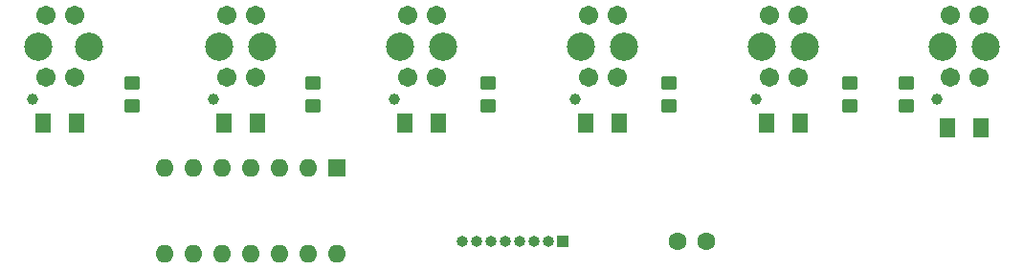
<source format=gbr>
%TF.GenerationSoftware,KiCad,Pcbnew,8.0.5*%
%TF.CreationDate,2024-10-02T14:58:55-03:00*%
%TF.ProjectId,modulo_sensor,6d6f6475-6c6f-45f7-9365-6e736f722e6b,rev?*%
%TF.SameCoordinates,Original*%
%TF.FileFunction,Soldermask,Top*%
%TF.FilePolarity,Negative*%
%FSLAX46Y46*%
G04 Gerber Fmt 4.6, Leading zero omitted, Abs format (unit mm)*
G04 Created by KiCad (PCBNEW 8.0.5) date 2024-10-02 14:58:55*
%MOMM*%
%LPD*%
G01*
G04 APERTURE LIST*
G04 Aperture macros list*
%AMRoundRect*
0 Rectangle with rounded corners*
0 $1 Rounding radius*
0 $2 $3 $4 $5 $6 $7 $8 $9 X,Y pos of 4 corners*
0 Add a 4 corners polygon primitive as box body*
4,1,4,$2,$3,$4,$5,$6,$7,$8,$9,$2,$3,0*
0 Add four circle primitives for the rounded corners*
1,1,$1+$1,$2,$3*
1,1,$1+$1,$4,$5*
1,1,$1+$1,$6,$7*
1,1,$1+$1,$8,$9*
0 Add four rect primitives between the rounded corners*
20,1,$1+$1,$2,$3,$4,$5,0*
20,1,$1+$1,$4,$5,$6,$7,0*
20,1,$1+$1,$6,$7,$8,$9,0*
20,1,$1+$1,$8,$9,$2,$3,0*%
G04 Aperture macros list end*
%ADD10R,1.000000X1.000000*%
%ADD11O,1.000000X1.000000*%
%ADD12RoundRect,0.250000X0.450000X-0.350000X0.450000X0.350000X-0.450000X0.350000X-0.450000X-0.350000X0*%
%ADD13RoundRect,0.250001X0.462499X0.624999X-0.462499X0.624999X-0.462499X-0.624999X0.462499X-0.624999X0*%
%ADD14R,1.600000X1.600000*%
%ADD15O,1.600000X1.600000*%
%ADD16C,1.600000*%
%ADD17C,1.000000*%
%ADD18C,2.500000*%
%ADD19C,1.704000*%
G04 APERTURE END LIST*
D10*
%TO.C,J1*%
X103059983Y-80000000D03*
D11*
X101789983Y-80000000D03*
X100519983Y-80000000D03*
X99249983Y-80000000D03*
X97979983Y-80000000D03*
X96709983Y-80000000D03*
X95439983Y-80000000D03*
X94169983Y-80000000D03*
%TD*%
D12*
%TO.C,R15*%
X96500000Y-68000000D03*
X96500000Y-66000000D03*
%TD*%
D13*
%TO.C,D2*%
X76097483Y-69500000D03*
X73122483Y-69500000D03*
%TD*%
D12*
%TO.C,R18*%
X133500000Y-68000000D03*
X133500000Y-66000000D03*
%TD*%
D13*
%TO.C,D3*%
X92097483Y-69500000D03*
X89122483Y-69500000D03*
%TD*%
%TO.C,D6*%
X140097483Y-70000000D03*
X137122483Y-70000000D03*
%TD*%
D12*
%TO.C,R13*%
X65000000Y-68000000D03*
X65000000Y-66000000D03*
%TD*%
D13*
%TO.C,D4*%
X108097483Y-69500000D03*
X105122483Y-69500000D03*
%TD*%
D12*
%TO.C,R17*%
X128500000Y-68000000D03*
X128500000Y-66000000D03*
%TD*%
%TO.C,R14*%
X81000000Y-68000000D03*
X81000000Y-66000000D03*
%TD*%
%TO.C,R16*%
X112500000Y-68000000D03*
X112500000Y-66000000D03*
%TD*%
D14*
%TO.C,U1*%
X83080000Y-73500000D03*
D15*
X80540000Y-73500000D03*
X78000000Y-73500000D03*
X75460000Y-73500000D03*
X72920000Y-73500000D03*
X70380000Y-73500000D03*
X67840000Y-73500000D03*
X67840000Y-81120000D03*
X70380000Y-81120000D03*
X72920000Y-81120000D03*
X75460000Y-81120000D03*
X78000000Y-81120000D03*
X80540000Y-81120000D03*
X83080000Y-81120000D03*
%TD*%
D16*
%TO.C,C1*%
X115750000Y-80000000D03*
X113250000Y-80000000D03*
%TD*%
D13*
%TO.C,D5*%
X124097483Y-69500000D03*
X121122483Y-69500000D03*
%TD*%
%TO.C,D1*%
X60097483Y-69500000D03*
X57122483Y-69500000D03*
%TD*%
D17*
%TO.C,Sensor3*%
X88159983Y-67390000D03*
D18*
X88709983Y-62740000D03*
X92509983Y-62740000D03*
D19*
X91879983Y-59990000D03*
X89339983Y-59990000D03*
X91879983Y-65490000D03*
X89339983Y-65490000D03*
%TD*%
D17*
%TO.C,Sensor2*%
X72159983Y-67390000D03*
D18*
X72709983Y-62740000D03*
X76509983Y-62740000D03*
D19*
X75879983Y-59990000D03*
X73339983Y-59990000D03*
X75879983Y-65490000D03*
X73339983Y-65490000D03*
%TD*%
D17*
%TO.C,Sensor6*%
X136159983Y-67390000D03*
D18*
X136709983Y-62740000D03*
X140509983Y-62740000D03*
D19*
X139879983Y-59990000D03*
X137339983Y-59990000D03*
X139879983Y-65490000D03*
X137339983Y-65490000D03*
%TD*%
D17*
%TO.C,Sensor5*%
X120159983Y-67390000D03*
D18*
X120709983Y-62740000D03*
X124509983Y-62740000D03*
D19*
X123879983Y-59990000D03*
X121339983Y-59990000D03*
X123879983Y-65490000D03*
X121339983Y-65490000D03*
%TD*%
D17*
%TO.C,Sensor1*%
X56159983Y-67390000D03*
D18*
X56709983Y-62740000D03*
X61159983Y-62740000D03*
D19*
X59879983Y-59990000D03*
X57339983Y-59990000D03*
X59879983Y-65490000D03*
X57339983Y-65490000D03*
%TD*%
D17*
%TO.C,Sensor4*%
X104159983Y-67390000D03*
D18*
X104709983Y-62740000D03*
X108509983Y-62740000D03*
D19*
X107879983Y-59990000D03*
X105339983Y-59990000D03*
X107879983Y-65490000D03*
X105339983Y-65490000D03*
%TD*%
M02*

</source>
